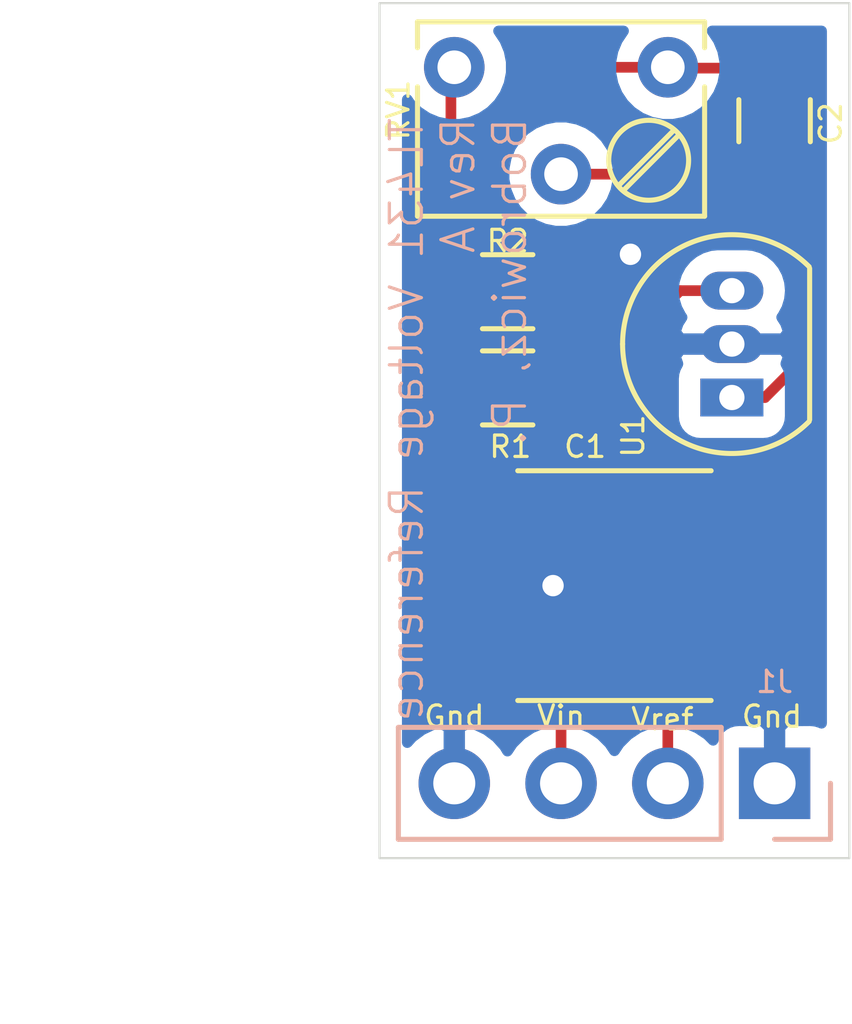
<source format=kicad_pcb>
(kicad_pcb (version 20171130) (host pcbnew "(5.1.9-0-10_14)")

  (general
    (thickness 1.6)
    (drawings 11)
    (tracks 42)
    (zones 0)
    (modules 7)
    (nets 6)
  )

  (page A4)
  (layers
    (0 F.Cu signal)
    (31 B.Cu signal)
    (32 B.Adhes user)
    (33 F.Adhes user)
    (34 B.Paste user)
    (35 F.Paste user)
    (36 B.SilkS user)
    (37 F.SilkS user)
    (38 B.Mask user)
    (39 F.Mask user)
    (40 Dwgs.User user)
    (41 Cmts.User user)
    (42 Eco1.User user)
    (43 Eco2.User user)
    (44 Edge.Cuts user)
    (45 Margin user)
    (46 B.CrtYd user)
    (47 F.CrtYd user)
    (48 B.Fab user)
    (49 F.Fab user)
  )

  (setup
    (last_trace_width 0.254)
    (user_trace_width 0.254)
    (user_trace_width 0.508)
    (trace_clearance 0.1524)
    (zone_clearance 0.508)
    (zone_45_only no)
    (trace_min 0.1524)
    (via_size 0.6096)
    (via_drill 0.3048)
    (via_min_size 0.508)
    (via_min_drill 0.254)
    (user_via 0.508 0.254)
    (user_via 1.016 0.508)
    (uvia_size 0.1524)
    (uvia_drill 0)
    (uvias_allowed no)
    (uvia_min_size 0)
    (uvia_min_drill 0)
    (edge_width 0.05)
    (segment_width 0.2)
    (pcb_text_width 0.3)
    (pcb_text_size 1.5 1.5)
    (mod_edge_width 0.12)
    (mod_text_size 1 1)
    (mod_text_width 0.15)
    (pad_size 1.524 1.524)
    (pad_drill 0.762)
    (pad_to_mask_clearance 0.0508)
    (solder_mask_min_width 0.101)
    (aux_axis_origin 0 0)
    (visible_elements FFFFFF7F)
    (pcbplotparams
      (layerselection 0x010fc_ffffffff)
      (usegerberextensions false)
      (usegerberattributes false)
      (usegerberadvancedattributes false)
      (creategerberjobfile false)
      (excludeedgelayer true)
      (linewidth 0.038100)
      (plotframeref false)
      (viasonmask false)
      (mode 1)
      (useauxorigin false)
      (hpglpennumber 1)
      (hpglpenspeed 20)
      (hpglpendiameter 15.000000)
      (psnegative false)
      (psa4output false)
      (plotreference true)
      (plotvalue true)
      (plotinvisibletext false)
      (padsonsilk false)
      (subtractmaskfromsilk false)
      (outputformat 1)
      (mirror false)
      (drillshape 1)
      (scaleselection 1)
      (outputdirectory ""))
  )

  (net 0 "")
  (net 1 "Net-(C1-Pad1)")
  (net 2 GND)
  (net 3 "Net-(R2-Pad2)")
  (net 4 "Net-(C2-Pad2)")
  (net 5 "Net-(J1-Pad3)")

  (net_class Default "This is the default net class."
    (clearance 0.1524)
    (trace_width 0.1524)
    (via_dia 0.6096)
    (via_drill 0.3048)
    (uvia_dia 0.1524)
    (uvia_drill 0)
    (add_net GND)
    (add_net "Net-(C1-Pad1)")
    (add_net "Net-(C2-Pad2)")
    (add_net "Net-(J1-Pad3)")
    (add_net "Net-(R2-Pad2)")
  )

  (module Connector_PinHeader_2.54mm:PinHeader_1x04_P2.54mm_Vertical (layer B.Cu) (tedit 59FED5CC) (tstamp 602709D9)
    (at 109.22 76.2 90)
    (descr "Through hole straight pin header, 1x04, 2.54mm pitch, single row")
    (tags "Through hole pin header THT 1x04 2.54mm single row")
    (path /60293836)
    (fp_text reference J1 (at 2.413 0) (layer B.SilkS)
      (effects (font (size 0.508 0.508) (thickness 0.0762)) (justify mirror))
    )
    (fp_text value Conn_01x04_Male (at 0 -9.95 -90) (layer B.Fab) hide
      (effects (font (size 1 1) (thickness 0.15)) (justify mirror))
    )
    (fp_text user %R (at 0 -3.81) (layer B.Fab) hide
      (effects (font (size 1 1) (thickness 0.15)) (justify mirror))
    )
    (fp_line (start -0.635 1.27) (end 1.27 1.27) (layer B.Fab) (width 0.1))
    (fp_line (start 1.27 1.27) (end 1.27 -8.89) (layer B.Fab) (width 0.1))
    (fp_line (start 1.27 -8.89) (end -1.27 -8.89) (layer B.Fab) (width 0.1))
    (fp_line (start -1.27 -8.89) (end -1.27 0.635) (layer B.Fab) (width 0.1))
    (fp_line (start -1.27 0.635) (end -0.635 1.27) (layer B.Fab) (width 0.1))
    (fp_line (start -1.33 -8.95) (end 1.33 -8.95) (layer B.SilkS) (width 0.12))
    (fp_line (start -1.33 -1.27) (end -1.33 -8.95) (layer B.SilkS) (width 0.12))
    (fp_line (start 1.33 -1.27) (end 1.33 -8.95) (layer B.SilkS) (width 0.12))
    (fp_line (start -1.33 -1.27) (end 1.33 -1.27) (layer B.SilkS) (width 0.12))
    (fp_line (start -1.33 0) (end -1.33 1.33) (layer B.SilkS) (width 0.12))
    (fp_line (start -1.33 1.33) (end 0 1.33) (layer B.SilkS) (width 0.12))
    (fp_line (start -1.8 1.8) (end -1.8 -9.4) (layer B.CrtYd) (width 0.05))
    (fp_line (start -1.8 -9.4) (end 1.8 -9.4) (layer B.CrtYd) (width 0.05))
    (fp_line (start 1.8 -9.4) (end 1.8 1.8) (layer B.CrtYd) (width 0.05))
    (fp_line (start 1.8 1.8) (end -1.8 1.8) (layer B.CrtYd) (width 0.05))
    (pad 4 thru_hole oval (at 0 -7.62 90) (size 1.7 1.7) (drill 1) (layers *.Cu *.Mask)
      (net 2 GND))
    (pad 3 thru_hole oval (at 0 -5.08 90) (size 1.7 1.7) (drill 1) (layers *.Cu *.Mask)
      (net 5 "Net-(J1-Pad3)"))
    (pad 2 thru_hole oval (at 0 -2.54 90) (size 1.7 1.7) (drill 1) (layers *.Cu *.Mask)
      (net 1 "Net-(C1-Pad1)"))
    (pad 1 thru_hole rect (at 0 0 90) (size 1.7 1.7) (drill 1) (layers *.Cu *.Mask)
      (net 2 GND))
    (model ${KISYS3DMOD}/Connector_PinHeader_2.54mm.3dshapes/PinHeader_1x04_P2.54mm_Vertical.wrl
      (at (xyz 0 0 0))
      (scale (xyz 1 1 1))
      (rotate (xyz 0 0 0))
    )
  )

  (module TO_SOT_Packages_THT:TO-92_Inline_Narrow_Oval (layer F.Cu) (tedit 58CE52AF) (tstamp 602709E5)
    (at 108.204 67.0306 90)
    (descr "TO-92 leads in-line, narrow, oval pads, drill 0.6mm (see NXP sot054_po.pdf)")
    (tags "to-92 sc-43 sc-43a sot54 PA33 transistor")
    (path /602702E5)
    (fp_text reference U1 (at -0.9144 -2.3495 90) (layer F.SilkS)
      (effects (font (size 0.508 0.508) (thickness 0.0762)))
    )
    (fp_text value TL431LP (at 1.27 2.79 90) (layer F.Fab) hide
      (effects (font (size 1 1) (thickness 0.15)))
    )
    (fp_line (start 4 2.01) (end -1.46 2.01) (layer F.CrtYd) (width 0.05))
    (fp_line (start 4 2.01) (end 4 -2.73) (layer F.CrtYd) (width 0.05))
    (fp_line (start -1.46 -2.73) (end -1.46 2.01) (layer F.CrtYd) (width 0.05))
    (fp_line (start -1.46 -2.73) (end 4 -2.73) (layer F.CrtYd) (width 0.05))
    (fp_line (start -0.5 1.75) (end 3 1.75) (layer F.Fab) (width 0.1))
    (fp_line (start -0.53 1.85) (end 3.07 1.85) (layer F.SilkS) (width 0.12))
    (fp_text user %R (at 1.27 -3.56 90) (layer F.Fab)
      (effects (font (size 1 1) (thickness 0.15)))
    )
    (fp_arc (start 1.27 0) (end 1.27 -2.48) (angle 135) (layer F.Fab) (width 0.1))
    (fp_arc (start 1.27 0) (end 1.27 -2.6) (angle -135) (layer F.SilkS) (width 0.12))
    (fp_arc (start 1.27 0) (end 1.27 -2.48) (angle -135) (layer F.Fab) (width 0.1))
    (fp_arc (start 1.27 0) (end 1.27 -2.6) (angle 135) (layer F.SilkS) (width 0.12))
    (pad 2 thru_hole oval (at 1.27 0 270) (size 0.9 1.5) (drill 0.6) (layers *.Cu *.Mask)
      (net 2 GND))
    (pad 3 thru_hole oval (at 2.54 0 270) (size 0.9 1.5) (drill 0.6) (layers *.Cu *.Mask)
      (net 1 "Net-(C1-Pad1)"))
    (pad 1 thru_hole rect (at 0 0 270) (size 0.9 1.5) (drill 0.6) (layers *.Cu *.Mask)
      (net 4 "Net-(C2-Pad2)"))
    (model ${KISYS3DMOD}/TO_SOT_Packages_THT.3dshapes/TO-92_Inline_Narrow_Oval.wrl
      (offset (xyz 1.269999980926514 0 0))
      (scale (xyz 1 1 1))
      (rotate (xyz 0 0 -90))
    )
    (model ${KIPRJMOD}/packages/LP0003A.stp
      (offset (xyz 1.2446 0 4.3942))
      (scale (xyz 1 1 1))
      (rotate (xyz 0 180 0))
    )
  )

  (module Potentiometers:Potentiometer_Trimmer_Bourns_3266W (layer F.Cu) (tedit 58826B0B) (tstamp 602709E2)
    (at 106.68 59.182)
    (descr "Spindle Trimmer Potentiometer, Bourns 3266W, https://www.bourns.com/pdfs/3266.pdf")
    (tags "Spindle Trimmer Potentiometer   Bourns 3266W")
    (path /602736C6)
    (fp_text reference RV1 (at -6.4135 1.016 90) (layer F.SilkS)
      (effects (font (size 0.508 0.508) (thickness 0.0762)))
    )
    (fp_text value 10k (at -2.54 4.73) (layer F.Fab) hide
      (effects (font (size 1 1) (thickness 0.15)))
    )
    (fp_line (start 1.1 -1.3) (end -6.15 -1.3) (layer F.CrtYd) (width 0.05))
    (fp_line (start 1.1 3.75) (end 1.1 -1.3) (layer F.CrtYd) (width 0.05))
    (fp_line (start -6.15 3.75) (end 1.1 3.75) (layer F.CrtYd) (width 0.05))
    (fp_line (start -6.15 -1.3) (end -6.15 3.75) (layer F.CrtYd) (width 0.05))
    (fp_line (start 0.15 1.49) (end -1.175 2.815) (layer F.SilkS) (width 0.12))
    (fp_line (start 0.266 1.606) (end -1.059 2.931) (layer F.SilkS) (width 0.12))
    (fp_line (start 0.875 0.465) (end 0.875 3.54) (layer F.SilkS) (width 0.12))
    (fp_line (start 0.875 -1.08) (end 0.875 -0.465) (layer F.SilkS) (width 0.12))
    (fp_line (start -5.955 0.465) (end -5.955 3.54) (layer F.SilkS) (width 0.12))
    (fp_line (start -5.955 -1.08) (end -5.955 -0.465) (layer F.SilkS) (width 0.12))
    (fp_line (start -5.955 3.54) (end 0.875 3.54) (layer F.SilkS) (width 0.12))
    (fp_line (start -5.955 -1.08) (end 0.875 -1.08) (layer F.SilkS) (width 0.12))
    (fp_line (start 0.112 1.536) (end -1.13 2.777) (layer F.Fab) (width 0.1))
    (fp_line (start 0.22 1.644) (end -1.021 2.885) (layer F.Fab) (width 0.1))
    (fp_line (start 0.815 -1.02) (end -5.895 -1.02) (layer F.Fab) (width 0.1))
    (fp_line (start 0.815 3.48) (end 0.815 -1.02) (layer F.Fab) (width 0.1))
    (fp_line (start -5.895 3.48) (end 0.815 3.48) (layer F.Fab) (width 0.1))
    (fp_line (start -5.895 -1.02) (end -5.895 3.48) (layer F.Fab) (width 0.1))
    (fp_circle (center -0.455 2.21) (end 0.495 2.21) (layer F.SilkS) (width 0.12))
    (fp_circle (center -0.455 2.21) (end 0.435 2.21) (layer F.Fab) (width 0.1))
    (pad 1 thru_hole circle (at 0 0) (size 1.44 1.44) (drill 0.8) (layers *.Cu *.Mask)
      (net 1 "Net-(C1-Pad1)"))
    (pad 2 thru_hole circle (at -2.54 2.54) (size 1.44 1.44) (drill 0.8) (layers *.Cu *.Mask)
      (net 4 "Net-(C2-Pad2)"))
    (pad 3 thru_hole circle (at -5.08 0) (size 1.44 1.44) (drill 0.8) (layers *.Cu *.Mask)
      (net 3 "Net-(R2-Pad2)"))
    (model Potentiometers.3dshapes/Potentiometer_Trimmer_Bourns_3266W.wrl
      (at (xyz 0 0 0))
      (scale (xyz 0.393701 0.393701 0.393701))
      (rotate (xyz 0 0 0))
    )
    (model ${KISYS3DMOD}/Potentiometer_THT.3dshapes/Potentiometer_Bourns_3266W_Vertical.step
      (at (xyz 0 0 0))
      (scale (xyz 1 1 1))
      (rotate (xyz 0 0 0))
    )
  )

  (module Resistors_SMD:R_0805_HandSoldering (layer F.Cu) (tedit 58E0A804) (tstamp 602709DF)
    (at 102.87 64.516 180)
    (descr "Resistor SMD 0805, hand soldering")
    (tags "resistor 0805")
    (path /60275FE6)
    (attr smd)
    (fp_text reference R2 (at 0 1.2065) (layer F.SilkS)
      (effects (font (size 0.508 0.508) (thickness 0.0762)))
    )
    (fp_text value 10k (at 0 1.75) (layer F.Fab) hide
      (effects (font (size 1 1) (thickness 0.15)))
    )
    (fp_line (start 2.35 0.9) (end -2.35 0.9) (layer F.CrtYd) (width 0.05))
    (fp_line (start 2.35 0.9) (end 2.35 -0.9) (layer F.CrtYd) (width 0.05))
    (fp_line (start -2.35 -0.9) (end -2.35 0.9) (layer F.CrtYd) (width 0.05))
    (fp_line (start -2.35 -0.9) (end 2.35 -0.9) (layer F.CrtYd) (width 0.05))
    (fp_line (start -0.6 -0.88) (end 0.6 -0.88) (layer F.SilkS) (width 0.12))
    (fp_line (start 0.6 0.88) (end -0.6 0.88) (layer F.SilkS) (width 0.12))
    (fp_line (start -1 -0.62) (end 1 -0.62) (layer F.Fab) (width 0.1))
    (fp_line (start 1 -0.62) (end 1 0.62) (layer F.Fab) (width 0.1))
    (fp_line (start 1 0.62) (end -1 0.62) (layer F.Fab) (width 0.1))
    (fp_line (start -1 0.62) (end -1 -0.62) (layer F.Fab) (width 0.1))
    (fp_text user %R (at 0 0) (layer F.Fab) hide
      (effects (font (size 0.5 0.5) (thickness 0.075)))
    )
    (pad 1 smd rect (at -1.35 0 180) (size 1.5 1.3) (layers F.Cu F.Paste F.Mask)
      (net 2 GND))
    (pad 2 smd rect (at 1.35 0 180) (size 1.5 1.3) (layers F.Cu F.Paste F.Mask)
      (net 3 "Net-(R2-Pad2)"))
    (model ${KISYS3DMOD}/Resistors_SMD.3dshapes/R_0805.wrl
      (at (xyz 0 0 0))
      (scale (xyz 1 1 1))
      (rotate (xyz 0 0 0))
    )
    (model ${KISYS3DMOD}/Resistor_SMD.3dshapes/R_0805_2012Metric.step
      (at (xyz 0 0 0))
      (scale (xyz 1 1 1))
      (rotate (xyz 0 0 0))
    )
  )

  (module Resistors_SMD:R_0805_HandSoldering (layer F.Cu) (tedit 58E0A804) (tstamp 602709DC)
    (at 102.87 66.802)
    (descr "Resistor SMD 0805, hand soldering")
    (tags "resistor 0805")
    (path /60274E59)
    (attr smd)
    (fp_text reference R1 (at 0.0635 1.397) (layer F.SilkS)
      (effects (font (size 0.508 0.508) (thickness 0.0762)))
    )
    (fp_text value 470R (at 0 1.75) (layer F.Fab) hide
      (effects (font (size 1 1) (thickness 0.15)))
    )
    (fp_line (start 2.35 0.9) (end -2.35 0.9) (layer F.CrtYd) (width 0.05))
    (fp_line (start 2.35 0.9) (end 2.35 -0.9) (layer F.CrtYd) (width 0.05))
    (fp_line (start -2.35 -0.9) (end -2.35 0.9) (layer F.CrtYd) (width 0.05))
    (fp_line (start -2.35 -0.9) (end 2.35 -0.9) (layer F.CrtYd) (width 0.05))
    (fp_line (start -0.6 -0.88) (end 0.6 -0.88) (layer F.SilkS) (width 0.12))
    (fp_line (start 0.6 0.88) (end -0.6 0.88) (layer F.SilkS) (width 0.12))
    (fp_line (start -1 -0.62) (end 1 -0.62) (layer F.Fab) (width 0.1))
    (fp_line (start 1 -0.62) (end 1 0.62) (layer F.Fab) (width 0.1))
    (fp_line (start 1 0.62) (end -1 0.62) (layer F.Fab) (width 0.1))
    (fp_line (start -1 0.62) (end -1 -0.62) (layer F.Fab) (width 0.1))
    (fp_text user %R (at 0 0) (layer F.Fab) hide
      (effects (font (size 0.5 0.5) (thickness 0.075)))
    )
    (pad 1 smd rect (at -1.35 0) (size 1.5 1.3) (layers F.Cu F.Paste F.Mask)
      (net 1 "Net-(C1-Pad1)"))
    (pad 2 smd rect (at 1.35 0) (size 1.5 1.3) (layers F.Cu F.Paste F.Mask)
      (net 5 "Net-(J1-Pad3)"))
    (model ${KISYS3DMOD}/Resistors_SMD.3dshapes/R_0805.wrl
      (at (xyz 0 0 0))
      (scale (xyz 1 1 1))
      (rotate (xyz 0 0 0))
    )
    (model ${KISYS3DMOD}/Resistor_SMD.3dshapes/R_0805_2012Metric.step
      (at (xyz 0 0 0))
      (scale (xyz 1 1 1))
      (rotate (xyz 0 0 0))
    )
  )

  (module Capacitors_SMD:C_0805_HandSoldering (layer F.Cu) (tedit 58AA84A8) (tstamp 602709D6)
    (at 109.22 60.452 270)
    (descr "Capacitor SMD 0805, hand soldering")
    (tags "capacitor 0805")
    (path /6026FB57)
    (attr smd)
    (fp_text reference C2 (at 0.0635 -1.3335 90) (layer F.SilkS)
      (effects (font (size 0.508 0.508) (thickness 0.0762)))
    )
    (fp_text value 1uF (at 0 1.75 90) (layer F.Fab) hide
      (effects (font (size 1 1) (thickness 0.15)))
    )
    (fp_line (start 2.25 0.87) (end -2.25 0.87) (layer F.CrtYd) (width 0.05))
    (fp_line (start 2.25 0.87) (end 2.25 -0.88) (layer F.CrtYd) (width 0.05))
    (fp_line (start -2.25 -0.88) (end -2.25 0.87) (layer F.CrtYd) (width 0.05))
    (fp_line (start -2.25 -0.88) (end 2.25 -0.88) (layer F.CrtYd) (width 0.05))
    (fp_line (start -0.5 0.85) (end 0.5 0.85) (layer F.SilkS) (width 0.12))
    (fp_line (start 0.5 -0.85) (end -0.5 -0.85) (layer F.SilkS) (width 0.12))
    (fp_line (start -1 -0.62) (end 1 -0.62) (layer F.Fab) (width 0.1))
    (fp_line (start 1 -0.62) (end 1 0.62) (layer F.Fab) (width 0.1))
    (fp_line (start 1 0.62) (end -1 0.62) (layer F.Fab) (width 0.1))
    (fp_line (start -1 0.62) (end -1 -0.62) (layer F.Fab) (width 0.1))
    (fp_text user %R (at 0 -1.75 90) (layer F.Fab) hide
      (effects (font (size 1 1) (thickness 0.15)))
    )
    (pad 1 smd rect (at -1.25 0 270) (size 1.5 1.25) (layers F.Cu F.Paste F.Mask)
      (net 1 "Net-(C1-Pad1)"))
    (pad 2 smd rect (at 1.25 0 270) (size 1.5 1.25) (layers F.Cu F.Paste F.Mask)
      (net 4 "Net-(C2-Pad2)"))
    (model Capacitors_SMD.3dshapes/C_0805.wrl
      (at (xyz 0 0 0))
      (scale (xyz 1 1 1))
      (rotate (xyz 0 0 0))
    )
    (model ${KISYS3DMOD}/Capacitor_SMD.3dshapes/C_0805_2012Metric.step
      (at (xyz 0 0 0))
      (scale (xyz 1 1 1))
      (rotate (xyz 0 0 0))
    )
  )

  (module Capacitors_SMD:C_2220_HandSoldering (layer F.Cu) (tedit 58AA857D) (tstamp 602709D3)
    (at 105.41 71.501 180)
    (descr "Capacitor SMD 2220, hand soldering")
    (tags "capacitor 2220")
    (path /6026E92B)
    (attr smd)
    (fp_text reference C1 (at 0.6985 3.302) (layer F.SilkS)
      (effects (font (size 0.508 0.508) (thickness 0.0762)))
    )
    (fp_text value 100uF (at 0 3.75) (layer F.Fab) hide
      (effects (font (size 1 1) (thickness 0.15)))
    )
    (fp_line (start 4.95 2.75) (end -4.95 2.75) (layer F.CrtYd) (width 0.05))
    (fp_line (start 4.95 2.75) (end 4.95 -2.75) (layer F.CrtYd) (width 0.05))
    (fp_line (start -4.95 -2.75) (end -4.95 2.75) (layer F.CrtYd) (width 0.05))
    (fp_line (start -4.95 -2.75) (end 4.95 -2.75) (layer F.CrtYd) (width 0.05))
    (fp_line (start -2.3 2.73) (end 2.3 2.73) (layer F.SilkS) (width 0.12))
    (fp_line (start 2.3 -2.73) (end -2.3 -2.73) (layer F.SilkS) (width 0.12))
    (fp_line (start -2.75 -2.5) (end 2.75 -2.5) (layer F.Fab) (width 0.1))
    (fp_line (start 2.75 -2.5) (end 2.75 2.5) (layer F.Fab) (width 0.1))
    (fp_line (start 2.75 2.5) (end -2.75 2.5) (layer F.Fab) (width 0.1))
    (fp_line (start -2.75 2.5) (end -2.75 -2.5) (layer F.Fab) (width 0.1))
    (fp_text user %R (at 0 -3.5) (layer F.Fab) hide
      (effects (font (size 1 1) (thickness 0.15)))
    )
    (pad 1 smd rect (at -3.5 0 180) (size 2.4 5) (layers F.Cu F.Paste F.Mask)
      (net 1 "Net-(C1-Pad1)"))
    (pad 2 smd rect (at 3.5 0 180) (size 2.4 5) (layers F.Cu F.Paste F.Mask)
      (net 2 GND))
    (model Capacitors_SMD.3dshapes/C_2220.wrl
      (at (xyz 0 0 0))
      (scale (xyz 1 1 1))
      (rotate (xyz 0 0 0))
    )
    (model ${KISYS3DMOD}/Capacitor_SMD.3dshapes/C_2220_5650Metric.step
      (at (xyz 0 0 0))
      (scale (xyz 1 1 1))
      (rotate (xyz 0 0 0))
    )
  )

  (gr_text "TL431 Voltage Reference\nRev A\nBobrowicz, P." (at 101.694343 60.325 90) (layer B.SilkS)
    (effects (font (size 0.762 0.762) (thickness 0.0762)) (justify left mirror))
  )
  (gr_text Vref (at 106.553 74.676) (layer F.SilkS) (tstamp 602B192F)
    (effects (font (size 0.508 0.508) (thickness 0.0762)))
  )
  (gr_text Vin (at 104.14 74.6125) (layer F.SilkS) (tstamp 602B192B)
    (effects (font (size 0.508 0.508) (thickness 0.0762)))
  )
  (gr_text Gnd (at 101.6 74.6125) (layer F.SilkS) (tstamp 602B1658)
    (effects (font (size 0.508 0.508) (thickness 0.0762)))
  )
  (gr_text Gnd (at 109.1565 74.6125) (layer F.SilkS)
    (effects (font (size 0.508 0.508) (thickness 0.0762)))
  )
  (dimension 11.176 (width 0.15) (layer Dwgs.User)
    (gr_text "11.176 mm" (at 105.41 82.58) (layer Dwgs.User)
      (effects (font (size 1 1) (thickness 0.15)))
    )
    (feature1 (pts (xy 110.998 77.978) (xy 110.998 81.866421)))
    (feature2 (pts (xy 99.822 77.978) (xy 99.822 81.866421)))
    (crossbar (pts (xy 99.822 81.28) (xy 110.998 81.28)))
    (arrow1a (pts (xy 110.998 81.28) (xy 109.871496 81.866421)))
    (arrow1b (pts (xy 110.998 81.28) (xy 109.871496 80.693579)))
    (arrow2a (pts (xy 99.822 81.28) (xy 100.948504 81.866421)))
    (arrow2b (pts (xy 99.822 81.28) (xy 100.948504 80.693579)))
  )
  (dimension 20.32 (width 0.15) (layer Dwgs.User)
    (gr_text "20.320 mm" (at 94.458 67.818 270) (layer Dwgs.User)
      (effects (font (size 1 1) (thickness 0.15)))
    )
    (feature1 (pts (xy 99.822 77.978) (xy 95.171579 77.978)))
    (feature2 (pts (xy 99.822 57.658) (xy 95.171579 57.658)))
    (crossbar (pts (xy 95.758 57.658) (xy 95.758 77.978)))
    (arrow1a (pts (xy 95.758 77.978) (xy 95.171579 76.851496)))
    (arrow1b (pts (xy 95.758 77.978) (xy 96.344421 76.851496)))
    (arrow2a (pts (xy 95.758 57.658) (xy 95.171579 58.784504)))
    (arrow2b (pts (xy 95.758 57.658) (xy 96.344421 58.784504)))
  )
  (gr_line (start 99.822 57.658) (end 99.822 77.978) (layer Edge.Cuts) (width 0.05) (tstamp 602B07CF))
  (gr_line (start 110.998 57.658) (end 99.822 57.658) (layer Edge.Cuts) (width 0.05))
  (gr_line (start 110.998 77.978) (end 110.998 57.658) (layer Edge.Cuts) (width 0.05))
  (gr_line (start 99.822 77.978) (end 110.998 77.978) (layer Edge.Cuts) (width 0.05))

  (segment (start 102.362 71.953) (end 101.91 71.501) (width 0.254) (layer F.Cu) (net 2))
  (segment (start 101.52 71.111) (end 101.91 71.501) (width 0.254) (layer F.Cu) (net 2))
  (segment (start 101.52 66.802) (end 101.52 66.628) (width 0.254) (layer F.Cu) (net 1))
  (segment (start 101.52 66.802) (end 101.52 65.866) (width 0.254) (layer F.Cu) (net 1))
  (segment (start 101.52 65.866) (end 101.727 65.659) (width 0.254) (layer F.Cu) (net 1))
  (segment (start 106.7 59.202) (end 106.68 59.182) (width 0.254) (layer F.Cu) (net 1))
  (segment (start 109.22 59.202) (end 106.7 59.202) (width 0.254) (layer F.Cu) (net 1))
  (segment (start 102.9208 63.1444) (end 102.9208 65.659) (width 0.254) (layer F.Cu) (net 1))
  (segment (start 104.013 59.182) (end 102.362 60.833) (width 0.254) (layer F.Cu) (net 1))
  (segment (start 106.68 59.182) (end 104.013 59.182) (width 0.254) (layer F.Cu) (net 1))
  (segment (start 102.362 60.833) (end 102.362 62.5856) (width 0.254) (layer F.Cu) (net 1))
  (segment (start 102.362 62.5856) (end 102.9208 63.1444) (width 0.254) (layer F.Cu) (net 1))
  (segment (start 101.727 65.659) (end 102.9208 65.659) (width 0.254) (layer F.Cu) (net 1))
  (segment (start 106.9714 64.4906) (end 108.204 64.4906) (width 0.254) (layer F.Cu) (net 1))
  (segment (start 108.91 71.501) (end 108.839 71.501) (width 0.254) (layer F.Cu) (net 1))
  (segment (start 106.68 64.782) (end 106.9714 64.4906) (width 0.254) (layer F.Cu) (net 1))
  (segment (start 108.91 71.501) (end 106.807 71.501) (width 0.254) (layer F.Cu) (net 1))
  (segment (start 106.807 71.501) (end 106.68 71.628) (width 0.254) (layer F.Cu) (net 1))
  (segment (start 106.68 76.2) (end 106.68 71.628) (width 0.254) (layer F.Cu) (net 1))
  (segment (start 106.553 65.659) (end 106.68 65.532) (width 0.254) (layer F.Cu) (net 1))
  (segment (start 102.9208 65.659) (end 106.553 65.659) (width 0.254) (layer F.Cu) (net 1))
  (segment (start 106.68 65.532) (end 106.68 64.782) (width 0.254) (layer F.Cu) (net 1))
  (segment (start 106.68 71.628) (end 106.68 65.532) (width 0.254) (layer F.Cu) (net 1))
  (segment (start 104.902 64.516) (end 105.791 63.627) (width 0.508) (layer F.Cu) (net 2))
  (via (at 105.791 63.627) (size 1.016) (drill 0.508) (layers F.Cu B.Cu) (net 2))
  (segment (start 104.22 64.516) (end 104.902 64.516) (width 0.508) (layer F.Cu) (net 2))
  (via (at 103.9495 71.501) (size 1.016) (drill 0.508) (layers F.Cu B.Cu) (net 2))
  (segment (start 101.91 71.501) (end 103.9495 71.501) (width 0.508) (layer F.Cu) (net 2))
  (segment (start 104.394 66.976) (end 104.22 66.802) (width 0.254) (layer F.Cu) (net 5))
  (segment (start 101.52 59.262) (end 101.6 59.182) (width 0.254) (layer F.Cu) (net 3))
  (segment (start 101.52 64.516) (end 101.52 59.262) (width 0.254) (layer F.Cu) (net 3))
  (segment (start 109.6645 62.1465) (end 109.22 61.702) (width 0.254) (layer F.Cu) (net 4))
  (segment (start 109.6645 66.3575) (end 109.6645 62.1465) (width 0.254) (layer F.Cu) (net 4))
  (segment (start 109.2 61.722) (end 109.22 61.702) (width 0.254) (layer F.Cu) (net 4))
  (segment (start 104.14 61.722) (end 109.2 61.722) (width 0.254) (layer F.Cu) (net 4))
  (segment (start 108.9914 67.0306) (end 108.204 67.0306) (width 0.254) (layer F.Cu) (net 4))
  (segment (start 109.6645 66.3575) (end 108.9914 67.0306) (width 0.254) (layer F.Cu) (net 4))
  (segment (start 104.14 76.2) (end 104.14 74.676) (width 0.254) (layer F.Cu) (net 5))
  (segment (start 104.14 74.676) (end 105.156 73.66) (width 0.254) (layer F.Cu) (net 5))
  (segment (start 105.156 73.66) (end 105.156 69.977) (width 0.254) (layer F.Cu) (net 5))
  (segment (start 104.22 69.041) (end 104.22 66.802) (width 0.254) (layer F.Cu) (net 5))
  (segment (start 105.156 69.977) (end 104.22 69.041) (width 0.254) (layer F.Cu) (net 5))

  (zone (net 2) (net_name GND) (layer B.Cu) (tstamp 602B0E93) (hatch edge 0.508)
    (connect_pads (clearance 0.508))
    (min_thickness 0.254)
    (fill yes (arc_segments 32) (thermal_gap 0.508) (thermal_bridge_width 0.508))
    (polygon
      (pts
        (xy 110.998 77.978) (xy 99.822 77.978) (xy 99.822 57.658) (xy 110.998 57.658)
      )
    )
    (filled_polygon
      (pts
        (xy 105.627503 58.318238) (xy 105.479215 58.540167) (xy 105.377072 58.786761) (xy 105.325 59.048544) (xy 105.325 59.315456)
        (xy 105.377072 59.577239) (xy 105.479215 59.823833) (xy 105.627503 60.045762) (xy 105.816238 60.234497) (xy 106.038167 60.382785)
        (xy 106.284761 60.484928) (xy 106.546544 60.537) (xy 106.813456 60.537) (xy 107.075239 60.484928) (xy 107.321833 60.382785)
        (xy 107.543762 60.234497) (xy 107.732497 60.045762) (xy 107.880785 59.823833) (xy 107.982928 59.577239) (xy 108.035 59.315456)
        (xy 108.035 59.048544) (xy 107.982928 58.786761) (xy 107.880785 58.540167) (xy 107.732497 58.318238) (xy 107.732259 58.318)
        (xy 110.338001 58.318) (xy 110.338 74.77323) (xy 110.31418 74.760498) (xy 110.194482 74.724188) (xy 110.07 74.711928)
        (xy 109.50575 74.715) (xy 109.347 74.87375) (xy 109.347 76.073) (xy 109.367 76.073) (xy 109.367 76.327)
        (xy 109.347 76.327) (xy 109.347 76.347) (xy 109.093 76.347) (xy 109.093 76.327) (xy 109.073 76.327)
        (xy 109.073 76.073) (xy 109.093 76.073) (xy 109.093 74.87375) (xy 108.93425 74.715) (xy 108.37 74.711928)
        (xy 108.245518 74.724188) (xy 108.12582 74.760498) (xy 108.015506 74.819463) (xy 107.918815 74.898815) (xy 107.839463 74.995506)
        (xy 107.780498 75.10582) (xy 107.758487 75.17838) (xy 107.626632 75.046525) (xy 107.383411 74.88401) (xy 107.113158 74.772068)
        (xy 106.82626 74.715) (xy 106.53374 74.715) (xy 106.246842 74.772068) (xy 105.976589 74.88401) (xy 105.733368 75.046525)
        (xy 105.526525 75.253368) (xy 105.41 75.42776) (xy 105.293475 75.253368) (xy 105.086632 75.046525) (xy 104.843411 74.88401)
        (xy 104.573158 74.772068) (xy 104.28626 74.715) (xy 103.99374 74.715) (xy 103.706842 74.772068) (xy 103.436589 74.88401)
        (xy 103.193368 75.046525) (xy 102.986525 75.253368) (xy 102.864805 75.435534) (xy 102.795178 75.318645) (xy 102.600269 75.102412)
        (xy 102.36692 74.928359) (xy 102.104099 74.803175) (xy 101.95689 74.758524) (xy 101.727 74.879845) (xy 101.727 76.073)
        (xy 101.747 76.073) (xy 101.747 76.327) (xy 101.727 76.327) (xy 101.727 76.347) (xy 101.473 76.347)
        (xy 101.473 76.327) (xy 101.453 76.327) (xy 101.453 76.073) (xy 101.473 76.073) (xy 101.473 74.879845)
        (xy 101.24311 74.758524) (xy 101.095901 74.803175) (xy 100.83308 74.928359) (xy 100.599731 75.102412) (xy 100.482 75.233023)
        (xy 100.482 66.5806) (xy 106.815928 66.5806) (xy 106.815928 67.4806) (xy 106.828188 67.605082) (xy 106.864498 67.72478)
        (xy 106.923463 67.835094) (xy 107.002815 67.931785) (xy 107.099506 68.011137) (xy 107.20982 68.070102) (xy 107.329518 68.106412)
        (xy 107.454 68.118672) (xy 108.954 68.118672) (xy 109.078482 68.106412) (xy 109.19818 68.070102) (xy 109.308494 68.011137)
        (xy 109.405185 67.931785) (xy 109.484537 67.835094) (xy 109.543502 67.72478) (xy 109.579812 67.605082) (xy 109.592072 67.4806)
        (xy 109.592072 66.5806) (xy 109.579812 66.456118) (xy 109.543502 66.33642) (xy 109.486554 66.229879) (xy 109.548408 66.054601)
        (xy 109.421502 65.8876) (xy 108.331 65.8876) (xy 108.331 65.9076) (xy 108.077 65.9076) (xy 108.077 65.8876)
        (xy 106.986498 65.8876) (xy 106.859592 66.054601) (xy 106.921446 66.229879) (xy 106.864498 66.33642) (xy 106.828188 66.456118)
        (xy 106.815928 66.5806) (xy 100.482 66.5806) (xy 100.482 64.4906) (xy 106.813751 64.4906) (xy 106.8347 64.703297)
        (xy 106.896741 64.90782) (xy 106.997491 65.09631) (xy 107.020537 65.124392) (xy 106.931298 65.263403) (xy 106.859592 65.466599)
        (xy 106.986498 65.6336) (xy 108.077 65.6336) (xy 108.077 65.6136) (xy 108.331 65.6136) (xy 108.331 65.6336)
        (xy 109.421502 65.6336) (xy 109.548408 65.466599) (xy 109.476702 65.263403) (xy 109.387463 65.124392) (xy 109.410509 65.09631)
        (xy 109.511259 64.90782) (xy 109.5733 64.703297) (xy 109.594249 64.4906) (xy 109.5733 64.277903) (xy 109.511259 64.07338)
        (xy 109.410509 63.88489) (xy 109.274922 63.719678) (xy 109.10971 63.584091) (xy 108.92122 63.483341) (xy 108.716697 63.4213)
        (xy 108.557294 63.4056) (xy 107.850706 63.4056) (xy 107.691303 63.4213) (xy 107.48678 63.483341) (xy 107.29829 63.584091)
        (xy 107.133078 63.719678) (xy 106.997491 63.88489) (xy 106.896741 64.07338) (xy 106.8347 64.277903) (xy 106.813751 64.4906)
        (xy 100.482 64.4906) (xy 100.482 61.588544) (xy 102.785 61.588544) (xy 102.785 61.855456) (xy 102.837072 62.117239)
        (xy 102.939215 62.363833) (xy 103.087503 62.585762) (xy 103.276238 62.774497) (xy 103.498167 62.922785) (xy 103.744761 63.024928)
        (xy 104.006544 63.077) (xy 104.273456 63.077) (xy 104.535239 63.024928) (xy 104.781833 62.922785) (xy 105.003762 62.774497)
        (xy 105.192497 62.585762) (xy 105.340785 62.363833) (xy 105.442928 62.117239) (xy 105.495 61.855456) (xy 105.495 61.588544)
        (xy 105.442928 61.326761) (xy 105.340785 61.080167) (xy 105.192497 60.858238) (xy 105.003762 60.669503) (xy 104.781833 60.521215)
        (xy 104.535239 60.419072) (xy 104.273456 60.367) (xy 104.006544 60.367) (xy 103.744761 60.419072) (xy 103.498167 60.521215)
        (xy 103.276238 60.669503) (xy 103.087503 60.858238) (xy 102.939215 61.080167) (xy 102.837072 61.326761) (xy 102.785 61.588544)
        (xy 100.482 61.588544) (xy 100.482 59.94773) (xy 100.547503 60.045762) (xy 100.736238 60.234497) (xy 100.958167 60.382785)
        (xy 101.204761 60.484928) (xy 101.466544 60.537) (xy 101.733456 60.537) (xy 101.995239 60.484928) (xy 102.241833 60.382785)
        (xy 102.463762 60.234497) (xy 102.652497 60.045762) (xy 102.800785 59.823833) (xy 102.902928 59.577239) (xy 102.955 59.315456)
        (xy 102.955 59.048544) (xy 102.902928 58.786761) (xy 102.800785 58.540167) (xy 102.652497 58.318238) (xy 102.652259 58.318)
        (xy 105.627741 58.318)
      )
    )
  )
)

</source>
